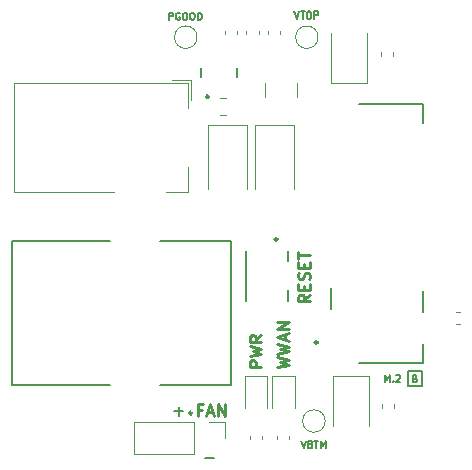
<source format=gbr>
G04 #@! TF.GenerationSoftware,KiCad,Pcbnew,(5.1.6-0-10_14)*
G04 #@! TF.CreationDate,2020-11-21T00:06:08+00:00*
G04 #@! TF.ProjectId,usb3-ngff-carrier,75736233-2d6e-4676-9666-2d6361727269,1*
G04 #@! TF.SameCoordinates,Original*
G04 #@! TF.FileFunction,Legend,Top*
G04 #@! TF.FilePolarity,Positive*
%FSLAX46Y46*%
G04 Gerber Fmt 4.6, Leading zero omitted, Abs format (unit mm)*
G04 Created by KiCad (PCBNEW (5.1.6-0-10_14)) date 2020-11-21 00:06:08*
%MOMM*%
%LPD*%
G01*
G04 APERTURE LIST*
%ADD10C,0.152400*%
%ADD11C,0.150000*%
%ADD12C,0.250000*%
%ADD13C,0.120000*%
%ADD14C,0.240000*%
%ADD15C,0.127000*%
%ADD16C,0.100000*%
%ADD17C,3.000000*%
%ADD18C,5.300000*%
%ADD19C,1.500000*%
%ADD20O,1.700000X1.700000*%
%ADD21R,1.700000X1.700000*%
%ADD22C,1.100000*%
%ADD23C,1.600000*%
%ADD24R,1.550000X0.300000*%
%ADD25R,2.750000X1.200000*%
%ADD26R,1.000000X0.900000*%
%ADD27R,0.550000X1.700000*%
%ADD28R,1.800000X2.500000*%
%ADD29R,1.800000X4.400000*%
%ADD30O,1.800000X4.000000*%
%ADD31O,4.000000X1.800000*%
%ADD32C,4.700000*%
G04 APERTURE END LIST*
D10*
X32475000Y-32900000D02*
X32475000Y-31700000D01*
X31275000Y-32900000D02*
X32475000Y-32900000D01*
X31275000Y-31700000D02*
X31275000Y-32900000D01*
X32475000Y-31700000D02*
X31275000Y-31700000D01*
D11*
X31870357Y-32307142D02*
X31956071Y-32335714D01*
X31984642Y-32364285D01*
X32013214Y-32421428D01*
X32013214Y-32507142D01*
X31984642Y-32564285D01*
X31956071Y-32592857D01*
X31898928Y-32621428D01*
X31670357Y-32621428D01*
X31670357Y-32021428D01*
X31870357Y-32021428D01*
X31927500Y-32050000D01*
X31956071Y-32078571D01*
X31984642Y-32135714D01*
X31984642Y-32192857D01*
X31956071Y-32250000D01*
X31927500Y-32278571D01*
X31870357Y-32307142D01*
X31670357Y-32307142D01*
X29327500Y-32571428D02*
X29327500Y-31971428D01*
X29527500Y-32400000D01*
X29727500Y-31971428D01*
X29727500Y-32571428D01*
X30013214Y-32514285D02*
X30041785Y-32542857D01*
X30013214Y-32571428D01*
X29984642Y-32542857D01*
X30013214Y-32514285D01*
X30013214Y-32571428D01*
X30270357Y-32028571D02*
X30298928Y-32000000D01*
X30356071Y-31971428D01*
X30498928Y-31971428D01*
X30556071Y-32000000D01*
X30584642Y-32028571D01*
X30613214Y-32085714D01*
X30613214Y-32142857D01*
X30584642Y-32228571D01*
X30241785Y-32571428D01*
X30613214Y-32571428D01*
X14069047Y-39021428D02*
X14830952Y-39021428D01*
X11469047Y-35071428D02*
X12230952Y-35071428D01*
X11850000Y-35452380D02*
X11850000Y-34690476D01*
D12*
X13790476Y-34928571D02*
X13457142Y-34928571D01*
X13457142Y-35452380D02*
X13457142Y-34452380D01*
X13933333Y-34452380D01*
X14266666Y-35166666D02*
X14742857Y-35166666D01*
X14171428Y-35452380D02*
X14504761Y-34452380D01*
X14838095Y-35452380D01*
X15171428Y-35452380D02*
X15171428Y-34452380D01*
X15742857Y-35452380D01*
X15742857Y-34452380D01*
X22952380Y-25202380D02*
X22476190Y-25535714D01*
X22952380Y-25773809D02*
X21952380Y-25773809D01*
X21952380Y-25392857D01*
X22000000Y-25297619D01*
X22047619Y-25250000D01*
X22142857Y-25202380D01*
X22285714Y-25202380D01*
X22380952Y-25250000D01*
X22428571Y-25297619D01*
X22476190Y-25392857D01*
X22476190Y-25773809D01*
X22428571Y-24773809D02*
X22428571Y-24440476D01*
X22952380Y-24297619D02*
X22952380Y-24773809D01*
X21952380Y-24773809D01*
X21952380Y-24297619D01*
X22904761Y-23916666D02*
X22952380Y-23773809D01*
X22952380Y-23535714D01*
X22904761Y-23440476D01*
X22857142Y-23392857D01*
X22761904Y-23345238D01*
X22666666Y-23345238D01*
X22571428Y-23392857D01*
X22523809Y-23440476D01*
X22476190Y-23535714D01*
X22428571Y-23726190D01*
X22380952Y-23821428D01*
X22333333Y-23869047D01*
X22238095Y-23916666D01*
X22142857Y-23916666D01*
X22047619Y-23869047D01*
X22000000Y-23821428D01*
X21952380Y-23726190D01*
X21952380Y-23488095D01*
X22000000Y-23345238D01*
X22428571Y-22916666D02*
X22428571Y-22583333D01*
X22952380Y-22440476D02*
X22952380Y-22916666D01*
X21952380Y-22916666D01*
X21952380Y-22440476D01*
X21952380Y-22154761D02*
X21952380Y-21583333D01*
X22952380Y-21869047D02*
X21952380Y-21869047D01*
X18852380Y-31333333D02*
X17852380Y-31333333D01*
X17852380Y-30952380D01*
X17900000Y-30857142D01*
X17947619Y-30809523D01*
X18042857Y-30761904D01*
X18185714Y-30761904D01*
X18280952Y-30809523D01*
X18328571Y-30857142D01*
X18376190Y-30952380D01*
X18376190Y-31333333D01*
X17852380Y-30428571D02*
X18852380Y-30190476D01*
X18138095Y-30000000D01*
X18852380Y-29809523D01*
X17852380Y-29571428D01*
X18852380Y-28619047D02*
X18376190Y-28952380D01*
X18852380Y-29190476D02*
X17852380Y-29190476D01*
X17852380Y-28809523D01*
X17900000Y-28714285D01*
X17947619Y-28666666D01*
X18042857Y-28619047D01*
X18185714Y-28619047D01*
X18280952Y-28666666D01*
X18328571Y-28714285D01*
X18376190Y-28809523D01*
X18376190Y-29190476D01*
X20152380Y-31352380D02*
X21152380Y-31114285D01*
X20438095Y-30923809D01*
X21152380Y-30733333D01*
X20152380Y-30495238D01*
X20152380Y-30209523D02*
X21152380Y-29971428D01*
X20438095Y-29780952D01*
X21152380Y-29590476D01*
X20152380Y-29352380D01*
X20866666Y-29019047D02*
X20866666Y-28542857D01*
X21152380Y-29114285D02*
X20152380Y-28780952D01*
X21152380Y-28447619D01*
X21152380Y-28114285D02*
X20152380Y-28114285D01*
X21152380Y-27542857D01*
X20152380Y-27542857D01*
D13*
X21860000Y-7247936D02*
X21860000Y-8452064D01*
X19140000Y-7247936D02*
X19140000Y-8452064D01*
D11*
X13700000Y-6774999D02*
X13700000Y-6025001D01*
X16800000Y-6774999D02*
X16800000Y-6025001D01*
D12*
X14400000Y-8450000D02*
G75*
G03*
X14400000Y-8450000I-125000J0D01*
G01*
D13*
X13400000Y-3400000D02*
G75*
G03*
X13400000Y-3400000I-950000J0D01*
G01*
X8040000Y-36020000D02*
X8040000Y-38680000D01*
X13180000Y-36020000D02*
X8040000Y-36020000D01*
X13180000Y-38680000D02*
X8040000Y-38680000D01*
X13180000Y-36020000D02*
X13180000Y-38680000D01*
X14450000Y-36020000D02*
X15780000Y-36020000D01*
X15780000Y-36020000D02*
X15780000Y-37350000D01*
D14*
X23620000Y-29250000D02*
G75*
G03*
X23620000Y-29250000I-120000J0D01*
G01*
D15*
X24750000Y-24600000D02*
X24750000Y-26400000D01*
X32500000Y-9050000D02*
X27100000Y-9050000D01*
X32500000Y-10650000D02*
X32500000Y-9050000D01*
X32500000Y-26650000D02*
X32500000Y-24850000D01*
X32500000Y-30950000D02*
X32500000Y-29350000D01*
X27100000Y-30950000D02*
X32500000Y-30950000D01*
D12*
X12984999Y-35225000D02*
G75*
G03*
X12984999Y-35225000I-125000J0D01*
G01*
D11*
X10275000Y-20675000D02*
X16250000Y-20675000D01*
X-2250000Y-20675000D02*
X6025000Y-20675000D01*
X-2250000Y-20675000D02*
X-2250000Y-32825000D01*
X10275000Y-32825000D02*
X16250000Y-32825000D01*
X-2250000Y-32825000D02*
X6025000Y-32825000D01*
X16250000Y-20675000D02*
X16250000Y-32825000D01*
D13*
X35337221Y-26640000D02*
X35662779Y-26640000D01*
X35337221Y-27660000D02*
X35662779Y-27660000D01*
X30110000Y-34487221D02*
X30110000Y-34812779D01*
X29090000Y-34487221D02*
X29090000Y-34812779D01*
X28940000Y-5012779D02*
X28940000Y-4687221D01*
X29960000Y-5012779D02*
X29960000Y-4687221D01*
D11*
X17525000Y-21500000D02*
X17525000Y-25700000D01*
X21075000Y-21500000D02*
X21075000Y-22375000D01*
X21075000Y-25700000D02*
X21075000Y-24825000D01*
D12*
X20225000Y-20500001D02*
G75*
G03*
X20225000Y-20500001I-125000J0D01*
G01*
D13*
X18910000Y-37137221D02*
X18910000Y-37462779D01*
X17890000Y-37137221D02*
X17890000Y-37462779D01*
X19360000Y-34800000D02*
X19360000Y-32115000D01*
X19360000Y-32115000D02*
X17440000Y-32115000D01*
X17440000Y-32115000D02*
X17440000Y-34800000D01*
X24250000Y-35900000D02*
G75*
G03*
X24250000Y-35900000I-950000J0D01*
G01*
X23650000Y-3400000D02*
G75*
G03*
X23650000Y-3400000I-950000J0D01*
G01*
X21210000Y-37137221D02*
X21210000Y-37462779D01*
X20190000Y-37137221D02*
X20190000Y-37462779D01*
X21660000Y-34800000D02*
X21660000Y-32115000D01*
X21660000Y-32115000D02*
X19740000Y-32115000D01*
X19740000Y-32115000D02*
X19740000Y-34800000D01*
X27960000Y-36300000D02*
X27960000Y-32090000D01*
X27960000Y-32090000D02*
X24940000Y-32090000D01*
X24940000Y-32090000D02*
X24940000Y-36300000D01*
X24740000Y-3050000D02*
X24740000Y-7260000D01*
X24740000Y-7260000D02*
X27760000Y-7260000D01*
X27760000Y-7260000D02*
X27760000Y-3050000D01*
X18610000Y-2837221D02*
X18610000Y-3162779D01*
X17590000Y-2837221D02*
X17590000Y-3162779D01*
X19390000Y-3162779D02*
X19390000Y-2837221D01*
X20410000Y-3162779D02*
X20410000Y-2837221D01*
X16810000Y-2837221D02*
X16810000Y-3162779D01*
X15790000Y-2837221D02*
X15790000Y-3162779D01*
X15341422Y-8590000D02*
X15858578Y-8590000D01*
X15341422Y-10010000D02*
X15858578Y-10010000D01*
X17650000Y-10850000D02*
X14350000Y-10850000D01*
X14350000Y-10850000D02*
X14350000Y-16250000D01*
X17650000Y-10850000D02*
X17650000Y-16250000D01*
X21650000Y-10850000D02*
X18350000Y-10850000D01*
X18350000Y-10850000D02*
X18350000Y-16250000D01*
X21650000Y-10850000D02*
X21650000Y-16250000D01*
X12600000Y-7300000D02*
X12600000Y-9400000D01*
X12900000Y-7000000D02*
X11300000Y-7000000D01*
X12900000Y-8700000D02*
X12900000Y-7000000D01*
X12600000Y-16500000D02*
X10800000Y-16500000D01*
X12600000Y-14400000D02*
X12600000Y-16500000D01*
X-2100000Y-7300000D02*
X12600000Y-7300000D01*
X-2100000Y-16500000D02*
X-2100000Y-7300000D01*
X6400000Y-16500000D02*
X-2100000Y-16500000D01*
D11*
X11014285Y-1921428D02*
X11014285Y-1321428D01*
X11242857Y-1321428D01*
X11300000Y-1350000D01*
X11328571Y-1378571D01*
X11357142Y-1435714D01*
X11357142Y-1521428D01*
X11328571Y-1578571D01*
X11300000Y-1607142D01*
X11242857Y-1635714D01*
X11014285Y-1635714D01*
X11928571Y-1350000D02*
X11871428Y-1321428D01*
X11785714Y-1321428D01*
X11700000Y-1350000D01*
X11642857Y-1407142D01*
X11614285Y-1464285D01*
X11585714Y-1578571D01*
X11585714Y-1664285D01*
X11614285Y-1778571D01*
X11642857Y-1835714D01*
X11700000Y-1892857D01*
X11785714Y-1921428D01*
X11842857Y-1921428D01*
X11928571Y-1892857D01*
X11957142Y-1864285D01*
X11957142Y-1664285D01*
X11842857Y-1664285D01*
X12328571Y-1321428D02*
X12442857Y-1321428D01*
X12500000Y-1350000D01*
X12557142Y-1407142D01*
X12585714Y-1521428D01*
X12585714Y-1721428D01*
X12557142Y-1835714D01*
X12500000Y-1892857D01*
X12442857Y-1921428D01*
X12328571Y-1921428D01*
X12271428Y-1892857D01*
X12214285Y-1835714D01*
X12185714Y-1721428D01*
X12185714Y-1521428D01*
X12214285Y-1407142D01*
X12271428Y-1350000D01*
X12328571Y-1321428D01*
X12957142Y-1321428D02*
X13071428Y-1321428D01*
X13128571Y-1350000D01*
X13185714Y-1407142D01*
X13214285Y-1521428D01*
X13214285Y-1721428D01*
X13185714Y-1835714D01*
X13128571Y-1892857D01*
X13071428Y-1921428D01*
X12957142Y-1921428D01*
X12900000Y-1892857D01*
X12842857Y-1835714D01*
X12814285Y-1721428D01*
X12814285Y-1521428D01*
X12842857Y-1407142D01*
X12900000Y-1350000D01*
X12957142Y-1321428D01*
X13471428Y-1921428D02*
X13471428Y-1321428D01*
X13614285Y-1321428D01*
X13700000Y-1350000D01*
X13757142Y-1407142D01*
X13785714Y-1464285D01*
X13814285Y-1578571D01*
X13814285Y-1664285D01*
X13785714Y-1778571D01*
X13757142Y-1835714D01*
X13700000Y-1892857D01*
X13614285Y-1921428D01*
X13471428Y-1921428D01*
X22228571Y-37571428D02*
X22428571Y-38171428D01*
X22628571Y-37571428D01*
X23028571Y-37857142D02*
X23114285Y-37885714D01*
X23142857Y-37914285D01*
X23171428Y-37971428D01*
X23171428Y-38057142D01*
X23142857Y-38114285D01*
X23114285Y-38142857D01*
X23057142Y-38171428D01*
X22828571Y-38171428D01*
X22828571Y-37571428D01*
X23028571Y-37571428D01*
X23085714Y-37600000D01*
X23114285Y-37628571D01*
X23142857Y-37685714D01*
X23142857Y-37742857D01*
X23114285Y-37800000D01*
X23085714Y-37828571D01*
X23028571Y-37857142D01*
X22828571Y-37857142D01*
X23342857Y-37571428D02*
X23685714Y-37571428D01*
X23514285Y-38171428D02*
X23514285Y-37571428D01*
X23885714Y-38171428D02*
X23885714Y-37571428D01*
X24085714Y-38000000D01*
X24285714Y-37571428D01*
X24285714Y-38171428D01*
X21657142Y-1221428D02*
X21857142Y-1821428D01*
X22057142Y-1221428D01*
X22171428Y-1221428D02*
X22514285Y-1221428D01*
X22342857Y-1821428D02*
X22342857Y-1221428D01*
X22828571Y-1221428D02*
X22942857Y-1221428D01*
X23000000Y-1250000D01*
X23057142Y-1307142D01*
X23085714Y-1421428D01*
X23085714Y-1621428D01*
X23057142Y-1735714D01*
X23000000Y-1792857D01*
X22942857Y-1821428D01*
X22828571Y-1821428D01*
X22771428Y-1792857D01*
X22714285Y-1735714D01*
X22685714Y-1621428D01*
X22685714Y-1421428D01*
X22714285Y-1307142D01*
X22771428Y-1250000D01*
X22828571Y-1221428D01*
X23342857Y-1821428D02*
X23342857Y-1221428D01*
X23571428Y-1221428D01*
X23628571Y-1250000D01*
X23657142Y-1278571D01*
X23685714Y-1335714D01*
X23685714Y-1421428D01*
X23657142Y-1478571D01*
X23628571Y-1507142D01*
X23571428Y-1535714D01*
X23342857Y-1535714D01*
%LPC*%
D16*
G36*
X89700000Y-35050000D02*
G01*
X43000000Y-35050000D01*
X39000000Y-31050000D01*
X39000000Y-8950000D01*
X43000000Y-4950000D01*
X89700000Y-4950000D01*
X89700000Y-35050000D01*
G37*
X89700000Y-35050000D02*
X43000000Y-35050000D01*
X39000000Y-31050000D01*
X39000000Y-8950000D01*
X43000000Y-4950000D01*
X89700000Y-4950000D01*
X89700000Y-35050000D01*
D17*
X70250000Y-20000000D03*
D18*
X70250000Y-20000000D03*
D17*
X80250000Y-20000000D03*
D18*
X80250000Y-20000000D03*
G36*
G01*
X19425000Y-8625000D02*
X21575000Y-8625000D01*
G75*
G02*
X21825000Y-8875000I0J-250000D01*
G01*
X21825000Y-9625000D01*
G75*
G02*
X21575000Y-9875000I-250000J0D01*
G01*
X19425000Y-9875000D01*
G75*
G02*
X19175000Y-9625000I0J250000D01*
G01*
X19175000Y-8875000D01*
G75*
G02*
X19425000Y-8625000I250000J0D01*
G01*
G37*
G36*
G01*
X19425000Y-5825000D02*
X21575000Y-5825000D01*
G75*
G02*
X21825000Y-6075000I0J-250000D01*
G01*
X21825000Y-6825000D01*
G75*
G02*
X21575000Y-7075000I-250000J0D01*
G01*
X19425000Y-7075000D01*
G75*
G02*
X19175000Y-6825000I0J250000D01*
G01*
X19175000Y-6075000D01*
G75*
G02*
X19425000Y-5825000I250000J0D01*
G01*
G37*
G36*
G01*
X14375000Y-7699999D02*
X14175000Y-7699999D01*
G75*
G02*
X14075000Y-7599999I0J100000D01*
G01*
X14075000Y-7299999D01*
G75*
G02*
X14175000Y-7199999I100000J0D01*
G01*
X14375000Y-7199999D01*
G75*
G02*
X14475000Y-7299999I0J-100000D01*
G01*
X14475000Y-7599999D01*
G75*
G02*
X14375000Y-7699999I-100000J0D01*
G01*
G37*
G36*
G01*
X15025000Y-7699999D02*
X14825000Y-7699999D01*
G75*
G02*
X14725000Y-7599999I0J100000D01*
G01*
X14725000Y-7299999D01*
G75*
G02*
X14825000Y-7199999I100000J0D01*
G01*
X15025000Y-7199999D01*
G75*
G02*
X15125000Y-7299999I0J-100000D01*
G01*
X15125000Y-7599999D01*
G75*
G02*
X15025000Y-7699999I-100000J0D01*
G01*
G37*
G36*
G01*
X15675000Y-7699999D02*
X15475000Y-7699999D01*
G75*
G02*
X15375000Y-7599999I0J100000D01*
G01*
X15375000Y-7299999D01*
G75*
G02*
X15475000Y-7199999I100000J0D01*
G01*
X15675000Y-7199999D01*
G75*
G02*
X15775000Y-7299999I0J-100000D01*
G01*
X15775000Y-7599999D01*
G75*
G02*
X15675000Y-7699999I-100000J0D01*
G01*
G37*
G36*
G01*
X16325000Y-7699999D02*
X16125000Y-7699999D01*
G75*
G02*
X16025000Y-7599999I0J100000D01*
G01*
X16025000Y-7299999D01*
G75*
G02*
X16125000Y-7199999I100000J0D01*
G01*
X16325000Y-7199999D01*
G75*
G02*
X16425000Y-7299999I0J-100000D01*
G01*
X16425000Y-7599999D01*
G75*
G02*
X16325000Y-7699999I-100000J0D01*
G01*
G37*
G36*
G01*
X16325000Y-5600001D02*
X16125000Y-5600001D01*
G75*
G02*
X16025000Y-5500001I0J100000D01*
G01*
X16025000Y-5200001D01*
G75*
G02*
X16125000Y-5100001I100000J0D01*
G01*
X16325000Y-5100001D01*
G75*
G02*
X16425000Y-5200001I0J-100000D01*
G01*
X16425000Y-5500001D01*
G75*
G02*
X16325000Y-5600001I-100000J0D01*
G01*
G37*
G36*
G01*
X15675000Y-5600001D02*
X15475000Y-5600001D01*
G75*
G02*
X15375000Y-5500001I0J100000D01*
G01*
X15375000Y-5200001D01*
G75*
G02*
X15475000Y-5100001I100000J0D01*
G01*
X15675000Y-5100001D01*
G75*
G02*
X15775000Y-5200001I0J-100000D01*
G01*
X15775000Y-5500001D01*
G75*
G02*
X15675000Y-5600001I-100000J0D01*
G01*
G37*
G36*
G01*
X15025000Y-5600001D02*
X14825000Y-5600001D01*
G75*
G02*
X14725000Y-5500001I0J100000D01*
G01*
X14725000Y-5200001D01*
G75*
G02*
X14825000Y-5100001I100000J0D01*
G01*
X15025000Y-5100001D01*
G75*
G02*
X15125000Y-5200001I0J-100000D01*
G01*
X15125000Y-5500001D01*
G75*
G02*
X15025000Y-5600001I-100000J0D01*
G01*
G37*
G36*
G01*
X14375000Y-5600001D02*
X14175000Y-5600001D01*
G75*
G02*
X14075000Y-5500001I0J100000D01*
G01*
X14075000Y-5200001D01*
G75*
G02*
X14175000Y-5100001I100000J0D01*
G01*
X14375000Y-5100001D01*
G75*
G02*
X14475000Y-5200001I0J-100000D01*
G01*
X14475000Y-5500001D01*
G75*
G02*
X14375000Y-5600001I-100000J0D01*
G01*
G37*
G36*
G01*
X16100001Y-6950000D02*
X14399999Y-6950000D01*
G75*
G02*
X14300000Y-6850001I0J99999D01*
G01*
X14300000Y-5949999D01*
G75*
G02*
X14399999Y-5850000I99999J0D01*
G01*
X16100001Y-5850000D01*
G75*
G02*
X16200000Y-5949999I0J-99999D01*
G01*
X16200000Y-6850001D01*
G75*
G02*
X16100001Y-6950000I-99999J0D01*
G01*
G37*
G36*
G01*
X20410000Y-19827500D02*
X20410000Y-20172500D01*
G75*
G02*
X20262500Y-20320000I-147500J0D01*
G01*
X19967500Y-20320000D01*
G75*
G02*
X19820000Y-20172500I0J147500D01*
G01*
X19820000Y-19827500D01*
G75*
G02*
X19967500Y-19680000I147500J0D01*
G01*
X20262500Y-19680000D01*
G75*
G02*
X20410000Y-19827500I0J-147500D01*
G01*
G37*
G36*
G01*
X21380000Y-19827500D02*
X21380000Y-20172500D01*
G75*
G02*
X21232500Y-20320000I-147500J0D01*
G01*
X20937500Y-20320000D01*
G75*
G02*
X20790000Y-20172500I0J147500D01*
G01*
X20790000Y-19827500D01*
G75*
G02*
X20937500Y-19680000I147500J0D01*
G01*
X21232500Y-19680000D01*
G75*
G02*
X21380000Y-19827500I0J-147500D01*
G01*
G37*
D19*
X12450000Y-3400000D03*
D20*
X9370000Y-37350000D03*
X11910000Y-37350000D03*
D21*
X14450000Y-37350000D03*
D22*
X30000000Y-30000000D03*
D23*
X30000000Y-10000000D03*
D24*
X24725000Y-29250000D03*
X32275000Y-29000000D03*
X24725000Y-28750000D03*
X32275000Y-28500000D03*
X24725000Y-28250000D03*
X32275000Y-28000000D03*
X24725000Y-27750000D03*
X32275000Y-27500000D03*
X24725000Y-27250000D03*
X32275000Y-27000000D03*
X24725000Y-26750000D03*
X32275000Y-24500000D03*
X24725000Y-24250000D03*
X32275000Y-24000000D03*
X24725000Y-23750000D03*
X32275000Y-23500000D03*
X24725000Y-23250000D03*
X32275000Y-23000000D03*
X24725000Y-22750000D03*
X32275000Y-22500000D03*
X24725000Y-22250000D03*
X32275000Y-22000000D03*
X24725000Y-21750000D03*
X32275000Y-21500000D03*
X24725000Y-21250000D03*
X32275000Y-21000000D03*
X24725000Y-20750000D03*
X32275000Y-20500000D03*
X24725000Y-20250000D03*
X32275000Y-20000000D03*
X24725000Y-19750000D03*
X32275000Y-19500000D03*
X24725000Y-19250000D03*
X32275000Y-19000000D03*
X24725000Y-18750000D03*
X32275000Y-18500000D03*
X24725000Y-18250000D03*
X32275000Y-18000000D03*
X24725000Y-17750000D03*
X32275000Y-17500000D03*
X24725000Y-17250000D03*
X32275000Y-17000000D03*
X24725000Y-16750000D03*
X32275000Y-16500000D03*
X24725000Y-16250000D03*
X32275000Y-16000000D03*
X24725000Y-15750000D03*
X32275000Y-15500000D03*
X24725000Y-15250000D03*
X32275000Y-15000000D03*
X24725000Y-14750000D03*
X32275000Y-14500000D03*
X24725000Y-14250000D03*
X32275000Y-14000000D03*
X24725000Y-13750000D03*
X32275000Y-13500000D03*
X24725000Y-13250000D03*
X32275000Y-13000000D03*
X24725000Y-12750000D03*
X32275000Y-12500000D03*
X24725000Y-12250000D03*
X32275000Y-12000000D03*
X24725000Y-11750000D03*
X32275000Y-11500000D03*
X24725000Y-11250000D03*
X32275000Y-11000000D03*
X24725000Y-10750000D03*
D25*
X25500000Y-30350000D03*
X25500000Y-9650000D03*
G36*
G01*
X35850000Y-27406250D02*
X35850000Y-26893750D01*
G75*
G02*
X36068750Y-26675000I218750J0D01*
G01*
X36506250Y-26675000D01*
G75*
G02*
X36725000Y-26893750I0J-218750D01*
G01*
X36725000Y-27406250D01*
G75*
G02*
X36506250Y-27625000I-218750J0D01*
G01*
X36068750Y-27625000D01*
G75*
G02*
X35850000Y-27406250I0J218750D01*
G01*
G37*
G36*
G01*
X34275000Y-27406250D02*
X34275000Y-26893750D01*
G75*
G02*
X34493750Y-26675000I218750J0D01*
G01*
X34931250Y-26675000D01*
G75*
G02*
X35150000Y-26893750I0J-218750D01*
G01*
X35150000Y-27406250D01*
G75*
G02*
X34931250Y-27625000I-218750J0D01*
G01*
X34493750Y-27625000D01*
G75*
G02*
X34275000Y-27406250I0J218750D01*
G01*
G37*
G36*
G01*
X31677500Y-34615000D02*
X32022500Y-34615000D01*
G75*
G02*
X32170000Y-34762500I0J-147500D01*
G01*
X32170000Y-35057500D01*
G75*
G02*
X32022500Y-35205000I-147500J0D01*
G01*
X31677500Y-35205000D01*
G75*
G02*
X31530000Y-35057500I0J147500D01*
G01*
X31530000Y-34762500D01*
G75*
G02*
X31677500Y-34615000I147500J0D01*
G01*
G37*
G36*
G01*
X31677500Y-33645000D02*
X32022500Y-33645000D01*
G75*
G02*
X32170000Y-33792500I0J-147500D01*
G01*
X32170000Y-34087500D01*
G75*
G02*
X32022500Y-34235000I-147500J0D01*
G01*
X31677500Y-34235000D01*
G75*
G02*
X31530000Y-34087500I0J147500D01*
G01*
X31530000Y-33792500D01*
G75*
G02*
X31677500Y-33645000I147500J0D01*
G01*
G37*
G36*
G01*
X29343750Y-35000000D02*
X29856250Y-35000000D01*
G75*
G02*
X30075000Y-35218750I0J-218750D01*
G01*
X30075000Y-35656250D01*
G75*
G02*
X29856250Y-35875000I-218750J0D01*
G01*
X29343750Y-35875000D01*
G75*
G02*
X29125000Y-35656250I0J218750D01*
G01*
X29125000Y-35218750D01*
G75*
G02*
X29343750Y-35000000I218750J0D01*
G01*
G37*
G36*
G01*
X29343750Y-33425000D02*
X29856250Y-33425000D01*
G75*
G02*
X30075000Y-33643750I0J-218750D01*
G01*
X30075000Y-34081250D01*
G75*
G02*
X29856250Y-34300000I-218750J0D01*
G01*
X29343750Y-34300000D01*
G75*
G02*
X29125000Y-34081250I0J218750D01*
G01*
X29125000Y-33643750D01*
G75*
G02*
X29343750Y-33425000I218750J0D01*
G01*
G37*
G36*
G01*
X31822500Y-4860000D02*
X31477500Y-4860000D01*
G75*
G02*
X31330000Y-4712500I0J147500D01*
G01*
X31330000Y-4417500D01*
G75*
G02*
X31477500Y-4270000I147500J0D01*
G01*
X31822500Y-4270000D01*
G75*
G02*
X31970000Y-4417500I0J-147500D01*
G01*
X31970000Y-4712500D01*
G75*
G02*
X31822500Y-4860000I-147500J0D01*
G01*
G37*
G36*
G01*
X31822500Y-5830000D02*
X31477500Y-5830000D01*
G75*
G02*
X31330000Y-5682500I0J147500D01*
G01*
X31330000Y-5387500D01*
G75*
G02*
X31477500Y-5240000I147500J0D01*
G01*
X31822500Y-5240000D01*
G75*
G02*
X31970000Y-5387500I0J-147500D01*
G01*
X31970000Y-5682500D01*
G75*
G02*
X31822500Y-5830000I-147500J0D01*
G01*
G37*
G36*
G01*
X29706250Y-4500000D02*
X29193750Y-4500000D01*
G75*
G02*
X28975000Y-4281250I0J218750D01*
G01*
X28975000Y-3843750D01*
G75*
G02*
X29193750Y-3625000I218750J0D01*
G01*
X29706250Y-3625000D01*
G75*
G02*
X29925000Y-3843750I0J-218750D01*
G01*
X29925000Y-4281250D01*
G75*
G02*
X29706250Y-4500000I-218750J0D01*
G01*
G37*
G36*
G01*
X29706250Y-6075000D02*
X29193750Y-6075000D01*
G75*
G02*
X28975000Y-5856250I0J218750D01*
G01*
X28975000Y-5418750D01*
G75*
G02*
X29193750Y-5200000I218750J0D01*
G01*
X29706250Y-5200000D01*
G75*
G02*
X29925000Y-5418750I0J-218750D01*
G01*
X29925000Y-5856250D01*
G75*
G02*
X29706250Y-6075000I-218750J0D01*
G01*
G37*
G36*
G01*
X14327500Y-3190000D02*
X14672500Y-3190000D01*
G75*
G02*
X14820000Y-3337500I0J-147500D01*
G01*
X14820000Y-3632500D01*
G75*
G02*
X14672500Y-3780000I-147500J0D01*
G01*
X14327500Y-3780000D01*
G75*
G02*
X14180000Y-3632500I0J147500D01*
G01*
X14180000Y-3337500D01*
G75*
G02*
X14327500Y-3190000I147500J0D01*
G01*
G37*
G36*
G01*
X14327500Y-2220000D02*
X14672500Y-2220000D01*
G75*
G02*
X14820000Y-2367500I0J-147500D01*
G01*
X14820000Y-2662500D01*
G75*
G02*
X14672500Y-2810000I-147500J0D01*
G01*
X14327500Y-2810000D01*
G75*
G02*
X14180000Y-2662500I0J147500D01*
G01*
X14180000Y-2367500D01*
G75*
G02*
X14327500Y-2220000I147500J0D01*
G01*
G37*
D26*
X20100000Y-21550001D03*
X20100000Y-25649999D03*
X18500000Y-21550001D03*
X18500000Y-25649999D03*
D27*
X20725000Y-23600000D03*
G36*
G01*
X18143750Y-37650000D02*
X18656250Y-37650000D01*
G75*
G02*
X18875000Y-37868750I0J-218750D01*
G01*
X18875000Y-38306250D01*
G75*
G02*
X18656250Y-38525000I-218750J0D01*
G01*
X18143750Y-38525000D01*
G75*
G02*
X17925000Y-38306250I0J218750D01*
G01*
X17925000Y-37868750D01*
G75*
G02*
X18143750Y-37650000I218750J0D01*
G01*
G37*
G36*
G01*
X18143750Y-36075000D02*
X18656250Y-36075000D01*
G75*
G02*
X18875000Y-36293750I0J-218750D01*
G01*
X18875000Y-36731250D01*
G75*
G02*
X18656250Y-36950000I-218750J0D01*
G01*
X18143750Y-36950000D01*
G75*
G02*
X17925000Y-36731250I0J218750D01*
G01*
X17925000Y-36293750D01*
G75*
G02*
X18143750Y-36075000I218750J0D01*
G01*
G37*
G36*
G01*
X17943750Y-34250000D02*
X18856250Y-34250000D01*
G75*
G02*
X19100000Y-34493750I0J-243750D01*
G01*
X19100000Y-34981250D01*
G75*
G02*
X18856250Y-35225000I-243750J0D01*
G01*
X17943750Y-35225000D01*
G75*
G02*
X17700000Y-34981250I0J243750D01*
G01*
X17700000Y-34493750D01*
G75*
G02*
X17943750Y-34250000I243750J0D01*
G01*
G37*
G36*
G01*
X17943750Y-32375000D02*
X18856250Y-32375000D01*
G75*
G02*
X19100000Y-32618750I0J-243750D01*
G01*
X19100000Y-33106250D01*
G75*
G02*
X18856250Y-33350000I-243750J0D01*
G01*
X17943750Y-33350000D01*
G75*
G02*
X17700000Y-33106250I0J243750D01*
G01*
X17700000Y-32618750D01*
G75*
G02*
X17943750Y-32375000I243750J0D01*
G01*
G37*
D19*
X23300000Y-35900000D03*
X22700000Y-3400000D03*
G36*
G01*
X20443750Y-37650000D02*
X20956250Y-37650000D01*
G75*
G02*
X21175000Y-37868750I0J-218750D01*
G01*
X21175000Y-38306250D01*
G75*
G02*
X20956250Y-38525000I-218750J0D01*
G01*
X20443750Y-38525000D01*
G75*
G02*
X20225000Y-38306250I0J218750D01*
G01*
X20225000Y-37868750D01*
G75*
G02*
X20443750Y-37650000I218750J0D01*
G01*
G37*
G36*
G01*
X20443750Y-36075000D02*
X20956250Y-36075000D01*
G75*
G02*
X21175000Y-36293750I0J-218750D01*
G01*
X21175000Y-36731250D01*
G75*
G02*
X20956250Y-36950000I-218750J0D01*
G01*
X20443750Y-36950000D01*
G75*
G02*
X20225000Y-36731250I0J218750D01*
G01*
X20225000Y-36293750D01*
G75*
G02*
X20443750Y-36075000I218750J0D01*
G01*
G37*
G36*
G01*
X20243750Y-34250000D02*
X21156250Y-34250000D01*
G75*
G02*
X21400000Y-34493750I0J-243750D01*
G01*
X21400000Y-34981250D01*
G75*
G02*
X21156250Y-35225000I-243750J0D01*
G01*
X20243750Y-35225000D01*
G75*
G02*
X20000000Y-34981250I0J243750D01*
G01*
X20000000Y-34493750D01*
G75*
G02*
X20243750Y-34250000I243750J0D01*
G01*
G37*
G36*
G01*
X20243750Y-32375000D02*
X21156250Y-32375000D01*
G75*
G02*
X21400000Y-32618750I0J-243750D01*
G01*
X21400000Y-33106250D01*
G75*
G02*
X21156250Y-33350000I-243750J0D01*
G01*
X20243750Y-33350000D01*
G75*
G02*
X20000000Y-33106250I0J243750D01*
G01*
X20000000Y-32618750D01*
G75*
G02*
X20243750Y-32375000I243750J0D01*
G01*
G37*
G36*
G01*
X35090000Y-28922500D02*
X35090000Y-28577500D01*
G75*
G02*
X35237500Y-28430000I147500J0D01*
G01*
X35532500Y-28430000D01*
G75*
G02*
X35680000Y-28577500I0J-147500D01*
G01*
X35680000Y-28922500D01*
G75*
G02*
X35532500Y-29070000I-147500J0D01*
G01*
X35237500Y-29070000D01*
G75*
G02*
X35090000Y-28922500I0J147500D01*
G01*
G37*
G36*
G01*
X34120000Y-28922500D02*
X34120000Y-28577500D01*
G75*
G02*
X34267500Y-28430000I147500J0D01*
G01*
X34562500Y-28430000D01*
G75*
G02*
X34710000Y-28577500I0J-147500D01*
G01*
X34710000Y-28922500D01*
G75*
G02*
X34562500Y-29070000I-147500J0D01*
G01*
X34267500Y-29070000D01*
G75*
G02*
X34120000Y-28922500I0J147500D01*
G01*
G37*
G36*
G01*
X35090000Y-30272500D02*
X35090000Y-29927500D01*
G75*
G02*
X35237500Y-29780000I147500J0D01*
G01*
X35532500Y-29780000D01*
G75*
G02*
X35680000Y-29927500I0J-147500D01*
G01*
X35680000Y-30272500D01*
G75*
G02*
X35532500Y-30420000I-147500J0D01*
G01*
X35237500Y-30420000D01*
G75*
G02*
X35090000Y-30272500I0J147500D01*
G01*
G37*
G36*
G01*
X34120000Y-30272500D02*
X34120000Y-29927500D01*
G75*
G02*
X34267500Y-29780000I147500J0D01*
G01*
X34562500Y-29780000D01*
G75*
G02*
X34710000Y-29927500I0J-147500D01*
G01*
X34710000Y-30272500D01*
G75*
G02*
X34562500Y-30420000I-147500J0D01*
G01*
X34267500Y-30420000D01*
G75*
G02*
X34120000Y-30272500I0J147500D01*
G01*
G37*
G36*
G01*
X25524999Y-35425000D02*
X27375001Y-35425000D01*
G75*
G02*
X27625000Y-35674999I0J-249999D01*
G01*
X27625000Y-36500001D01*
G75*
G02*
X27375001Y-36750000I-249999J0D01*
G01*
X25524999Y-36750000D01*
G75*
G02*
X25275000Y-36500001I0J249999D01*
G01*
X25275000Y-35674999D01*
G75*
G02*
X25524999Y-35425000I249999J0D01*
G01*
G37*
G36*
G01*
X25524999Y-32350000D02*
X27375001Y-32350000D01*
G75*
G02*
X27625000Y-32599999I0J-249999D01*
G01*
X27625000Y-33425001D01*
G75*
G02*
X27375001Y-33675000I-249999J0D01*
G01*
X25524999Y-33675000D01*
G75*
G02*
X25275000Y-33425001I0J249999D01*
G01*
X25275000Y-32599999D01*
G75*
G02*
X25524999Y-32350000I249999J0D01*
G01*
G37*
G36*
G01*
X35205000Y-10722500D02*
X35205000Y-10377500D01*
G75*
G02*
X35352500Y-10230000I147500J0D01*
G01*
X35647500Y-10230000D01*
G75*
G02*
X35795000Y-10377500I0J-147500D01*
G01*
X35795000Y-10722500D01*
G75*
G02*
X35647500Y-10870000I-147500J0D01*
G01*
X35352500Y-10870000D01*
G75*
G02*
X35205000Y-10722500I0J147500D01*
G01*
G37*
G36*
G01*
X34235000Y-10722500D02*
X34235000Y-10377500D01*
G75*
G02*
X34382500Y-10230000I147500J0D01*
G01*
X34677500Y-10230000D01*
G75*
G02*
X34825000Y-10377500I0J-147500D01*
G01*
X34825000Y-10722500D01*
G75*
G02*
X34677500Y-10870000I-147500J0D01*
G01*
X34382500Y-10870000D01*
G75*
G02*
X34235000Y-10722500I0J147500D01*
G01*
G37*
G36*
G01*
X35215000Y-12072500D02*
X35215000Y-11727500D01*
G75*
G02*
X35362500Y-11580000I147500J0D01*
G01*
X35657500Y-11580000D01*
G75*
G02*
X35805000Y-11727500I0J-147500D01*
G01*
X35805000Y-12072500D01*
G75*
G02*
X35657500Y-12220000I-147500J0D01*
G01*
X35362500Y-12220000D01*
G75*
G02*
X35215000Y-12072500I0J147500D01*
G01*
G37*
G36*
G01*
X34245000Y-12072500D02*
X34245000Y-11727500D01*
G75*
G02*
X34392500Y-11580000I147500J0D01*
G01*
X34687500Y-11580000D01*
G75*
G02*
X34835000Y-11727500I0J-147500D01*
G01*
X34835000Y-12072500D01*
G75*
G02*
X34687500Y-12220000I-147500J0D01*
G01*
X34392500Y-12220000D01*
G75*
G02*
X34245000Y-12072500I0J147500D01*
G01*
G37*
G36*
G01*
X27175001Y-3925000D02*
X25324999Y-3925000D01*
G75*
G02*
X25075000Y-3675001I0J249999D01*
G01*
X25075000Y-2849999D01*
G75*
G02*
X25324999Y-2600000I249999J0D01*
G01*
X27175001Y-2600000D01*
G75*
G02*
X27425000Y-2849999I0J-249999D01*
G01*
X27425000Y-3675001D01*
G75*
G02*
X27175001Y-3925000I-249999J0D01*
G01*
G37*
G36*
G01*
X27175001Y-7000000D02*
X25324999Y-7000000D01*
G75*
G02*
X25075000Y-6750001I0J249999D01*
G01*
X25075000Y-5924999D01*
G75*
G02*
X25324999Y-5675000I249999J0D01*
G01*
X27175001Y-5675000D01*
G75*
G02*
X27425000Y-5924999I0J-249999D01*
G01*
X27425000Y-6750001D01*
G75*
G02*
X27175001Y-7000000I-249999J0D01*
G01*
G37*
G36*
G01*
X17843750Y-3350000D02*
X18356250Y-3350000D01*
G75*
G02*
X18575000Y-3568750I0J-218750D01*
G01*
X18575000Y-4006250D01*
G75*
G02*
X18356250Y-4225000I-218750J0D01*
G01*
X17843750Y-4225000D01*
G75*
G02*
X17625000Y-4006250I0J218750D01*
G01*
X17625000Y-3568750D01*
G75*
G02*
X17843750Y-3350000I218750J0D01*
G01*
G37*
G36*
G01*
X17843750Y-1775000D02*
X18356250Y-1775000D01*
G75*
G02*
X18575000Y-1993750I0J-218750D01*
G01*
X18575000Y-2431250D01*
G75*
G02*
X18356250Y-2650000I-218750J0D01*
G01*
X17843750Y-2650000D01*
G75*
G02*
X17625000Y-2431250I0J218750D01*
G01*
X17625000Y-1993750D01*
G75*
G02*
X17843750Y-1775000I218750J0D01*
G01*
G37*
G36*
G01*
X20156250Y-2650000D02*
X19643750Y-2650000D01*
G75*
G02*
X19425000Y-2431250I0J218750D01*
G01*
X19425000Y-1993750D01*
G75*
G02*
X19643750Y-1775000I218750J0D01*
G01*
X20156250Y-1775000D01*
G75*
G02*
X20375000Y-1993750I0J-218750D01*
G01*
X20375000Y-2431250D01*
G75*
G02*
X20156250Y-2650000I-218750J0D01*
G01*
G37*
G36*
G01*
X20156250Y-4225000D02*
X19643750Y-4225000D01*
G75*
G02*
X19425000Y-4006250I0J218750D01*
G01*
X19425000Y-3568750D01*
G75*
G02*
X19643750Y-3350000I218750J0D01*
G01*
X20156250Y-3350000D01*
G75*
G02*
X20375000Y-3568750I0J-218750D01*
G01*
X20375000Y-4006250D01*
G75*
G02*
X20156250Y-4225000I-218750J0D01*
G01*
G37*
G36*
G01*
X16043750Y-3350000D02*
X16556250Y-3350000D01*
G75*
G02*
X16775000Y-3568750I0J-218750D01*
G01*
X16775000Y-4006250D01*
G75*
G02*
X16556250Y-4225000I-218750J0D01*
G01*
X16043750Y-4225000D01*
G75*
G02*
X15825000Y-4006250I0J218750D01*
G01*
X15825000Y-3568750D01*
G75*
G02*
X16043750Y-3350000I218750J0D01*
G01*
G37*
G36*
G01*
X16043750Y-1775000D02*
X16556250Y-1775000D01*
G75*
G02*
X16775000Y-1993750I0J-218750D01*
G01*
X16775000Y-2431250D01*
G75*
G02*
X16556250Y-2650000I-218750J0D01*
G01*
X16043750Y-2650000D01*
G75*
G02*
X15825000Y-2431250I0J218750D01*
G01*
X15825000Y-1993750D01*
G75*
G02*
X16043750Y-1775000I218750J0D01*
G01*
G37*
G36*
G01*
X16050000Y-9756250D02*
X16050000Y-8843750D01*
G75*
G02*
X16293750Y-8600000I243750J0D01*
G01*
X16781250Y-8600000D01*
G75*
G02*
X17025000Y-8843750I0J-243750D01*
G01*
X17025000Y-9756250D01*
G75*
G02*
X16781250Y-10000000I-243750J0D01*
G01*
X16293750Y-10000000D01*
G75*
G02*
X16050000Y-9756250I0J243750D01*
G01*
G37*
G36*
G01*
X14175000Y-9756250D02*
X14175000Y-8843750D01*
G75*
G02*
X14418750Y-8600000I243750J0D01*
G01*
X14906250Y-8600000D01*
G75*
G02*
X15150000Y-8843750I0J-243750D01*
G01*
X15150000Y-9756250D01*
G75*
G02*
X14906250Y-10000000I-243750J0D01*
G01*
X14418750Y-10000000D01*
G75*
G02*
X14175000Y-9756250I0J243750D01*
G01*
G37*
D28*
X16000000Y-16250000D03*
X16000000Y-12250000D03*
X20000000Y-16250000D03*
X20000000Y-12250000D03*
D29*
X11600000Y-11900000D03*
D30*
X5800000Y-11900000D03*
D31*
X8600000Y-16700000D03*
D32*
X4000000Y-36000000D03*
X86000000Y-36000000D03*
X86000000Y-4000000D03*
X4000000Y-4000000D03*
M02*

</source>
